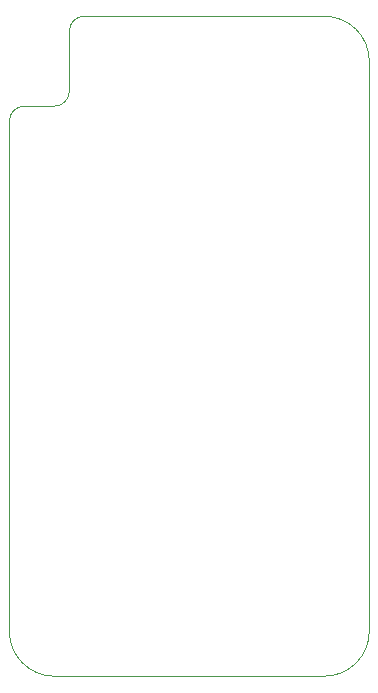
<source format=gbr>
%TF.GenerationSoftware,KiCad,Pcbnew,8.0.4-8.0.4-0~ubuntu22.04.1*%
%TF.CreationDate,2024-08-10T18:20:34+03:00*%
%TF.ProjectId,PM-ESPC3,504d2d45-5350-4433-932e-6b696361645f,rev?*%
%TF.SameCoordinates,Original*%
%TF.FileFunction,Profile,NP*%
%FSLAX46Y46*%
G04 Gerber Fmt 4.6, Leading zero omitted, Abs format (unit mm)*
G04 Created by KiCad (PCBNEW 8.0.4-8.0.4-0~ubuntu22.04.1) date 2024-08-10 18:20:34*
%MOMM*%
%LPD*%
G01*
G04 APERTURE LIST*
%TA.AperFunction,Profile*%
%ADD10C,0.050000*%
%TD*%
G04 APERTURE END LIST*
D10*
X58420000Y-77470000D02*
X58420000Y-120650000D01*
X63500000Y-69850000D02*
G75*
G02*
X64770000Y-68580000I1270000J0D01*
G01*
X88900000Y-120650000D02*
X88900000Y-72390000D01*
X85090000Y-68580000D02*
G75*
G02*
X88900000Y-72390000I0J-3810000D01*
G01*
X63500000Y-74930000D02*
X63500000Y-69850000D01*
X62230000Y-124460000D02*
X85090000Y-124460000D01*
X62230000Y-76200000D02*
X59690000Y-76200000D01*
X62230000Y-124460000D02*
G75*
G02*
X58420000Y-120650000I0J3810000D01*
G01*
X63500000Y-74930000D02*
G75*
G02*
X62230000Y-76200000I-1270000J0D01*
G01*
X85090000Y-68580000D02*
X64770000Y-68580000D01*
X88900000Y-120650000D02*
G75*
G02*
X85090000Y-124460000I-3810000J0D01*
G01*
X58420000Y-77470000D02*
G75*
G02*
X59690000Y-76200000I1270000J0D01*
G01*
M02*

</source>
